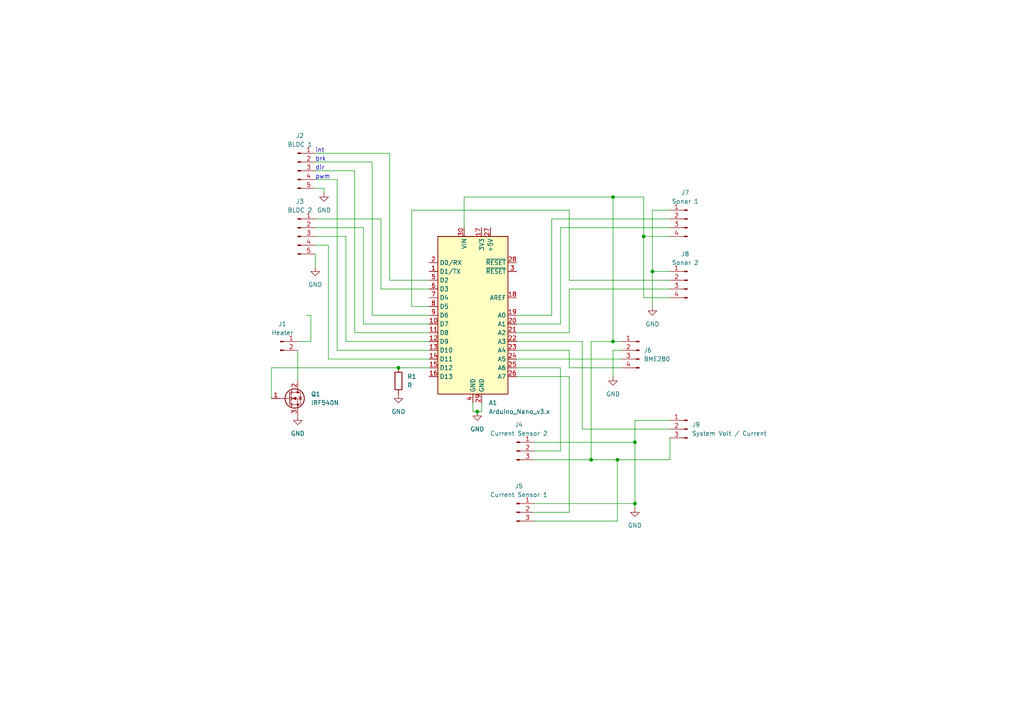
<source format=kicad_sch>
(kicad_sch (version 20211123) (generator eeschema)

  (uuid e63e39d7-6ac0-4ffd-8aa3-1841a4541b55)

  (paper "A4")

  (lib_symbols
    (symbol "Connector:Conn_01x02_Male" (pin_names (offset 1.016) hide) (in_bom yes) (on_board yes)
      (property "Reference" "J" (id 0) (at 0 2.54 0)
        (effects (font (size 1.27 1.27)))
      )
      (property "Value" "Conn_01x02_Male" (id 1) (at 0 -5.08 0)
        (effects (font (size 1.27 1.27)))
      )
      (property "Footprint" "" (id 2) (at 0 0 0)
        (effects (font (size 1.27 1.27)) hide)
      )
      (property "Datasheet" "~" (id 3) (at 0 0 0)
        (effects (font (size 1.27 1.27)) hide)
      )
      (property "ki_keywords" "connector" (id 4) (at 0 0 0)
        (effects (font (size 1.27 1.27)) hide)
      )
      (property "ki_description" "Generic connector, single row, 01x02, script generated (kicad-library-utils/schlib/autogen/connector/)" (id 5) (at 0 0 0)
        (effects (font (size 1.27 1.27)) hide)
      )
      (property "ki_fp_filters" "Connector*:*_1x??_*" (id 6) (at 0 0 0)
        (effects (font (size 1.27 1.27)) hide)
      )
      (symbol "Conn_01x02_Male_1_1"
        (polyline
          (pts
            (xy 1.27 -2.54)
            (xy 0.8636 -2.54)
          )
          (stroke (width 0.1524) (type default) (color 0 0 0 0))
          (fill (type none))
        )
        (polyline
          (pts
            (xy 1.27 0)
            (xy 0.8636 0)
          )
          (stroke (width 0.1524) (type default) (color 0 0 0 0))
          (fill (type none))
        )
        (rectangle (start 0.8636 -2.413) (end 0 -2.667)
          (stroke (width 0.1524) (type default) (color 0 0 0 0))
          (fill (type outline))
        )
        (rectangle (start 0.8636 0.127) (end 0 -0.127)
          (stroke (width 0.1524) (type default) (color 0 0 0 0))
          (fill (type outline))
        )
        (pin passive line (at 5.08 0 180) (length 3.81)
          (name "Pin_1" (effects (font (size 1.27 1.27))))
          (number "1" (effects (font (size 1.27 1.27))))
        )
        (pin passive line (at 5.08 -2.54 180) (length 3.81)
          (name "Pin_2" (effects (font (size 1.27 1.27))))
          (number "2" (effects (font (size 1.27 1.27))))
        )
      )
    )
    (symbol "Connector:Conn_01x03_Male" (pin_names (offset 1.016) hide) (in_bom yes) (on_board yes)
      (property "Reference" "J" (id 0) (at 0 5.08 0)
        (effects (font (size 1.27 1.27)))
      )
      (property "Value" "Conn_01x03_Male" (id 1) (at 0 -5.08 0)
        (effects (font (size 1.27 1.27)))
      )
      (property "Footprint" "" (id 2) (at 0 0 0)
        (effects (font (size 1.27 1.27)) hide)
      )
      (property "Datasheet" "~" (id 3) (at 0 0 0)
        (effects (font (size 1.27 1.27)) hide)
      )
      (property "ki_keywords" "connector" (id 4) (at 0 0 0)
        (effects (font (size 1.27 1.27)) hide)
      )
      (property "ki_description" "Generic connector, single row, 01x03, script generated (kicad-library-utils/schlib/autogen/connector/)" (id 5) (at 0 0 0)
        (effects (font (size 1.27 1.27)) hide)
      )
      (property "ki_fp_filters" "Connector*:*_1x??_*" (id 6) (at 0 0 0)
        (effects (font (size 1.27 1.27)) hide)
      )
      (symbol "Conn_01x03_Male_1_1"
        (polyline
          (pts
            (xy 1.27 -2.54)
            (xy 0.8636 -2.54)
          )
          (stroke (width 0.1524) (type default) (color 0 0 0 0))
          (fill (type none))
        )
        (polyline
          (pts
            (xy 1.27 0)
            (xy 0.8636 0)
          )
          (stroke (width 0.1524) (type default) (color 0 0 0 0))
          (fill (type none))
        )
        (polyline
          (pts
            (xy 1.27 2.54)
            (xy 0.8636 2.54)
          )
          (stroke (width 0.1524) (type default) (color 0 0 0 0))
          (fill (type none))
        )
        (rectangle (start 0.8636 -2.413) (end 0 -2.667)
          (stroke (width 0.1524) (type default) (color 0 0 0 0))
          (fill (type outline))
        )
        (rectangle (start 0.8636 0.127) (end 0 -0.127)
          (stroke (width 0.1524) (type default) (color 0 0 0 0))
          (fill (type outline))
        )
        (rectangle (start 0.8636 2.667) (end 0 2.413)
          (stroke (width 0.1524) (type default) (color 0 0 0 0))
          (fill (type outline))
        )
        (pin passive line (at 5.08 2.54 180) (length 3.81)
          (name "Pin_1" (effects (font (size 1.27 1.27))))
          (number "1" (effects (font (size 1.27 1.27))))
        )
        (pin passive line (at 5.08 0 180) (length 3.81)
          (name "Pin_2" (effects (font (size 1.27 1.27))))
          (number "2" (effects (font (size 1.27 1.27))))
        )
        (pin passive line (at 5.08 -2.54 180) (length 3.81)
          (name "Pin_3" (effects (font (size 1.27 1.27))))
          (number "3" (effects (font (size 1.27 1.27))))
        )
      )
    )
    (symbol "Connector:Conn_01x04_Male" (pin_names (offset 1.016) hide) (in_bom yes) (on_board yes)
      (property "Reference" "J" (id 0) (at 0 5.08 0)
        (effects (font (size 1.27 1.27)))
      )
      (property "Value" "Conn_01x04_Male" (id 1) (at 0 -7.62 0)
        (effects (font (size 1.27 1.27)))
      )
      (property "Footprint" "" (id 2) (at 0 0 0)
        (effects (font (size 1.27 1.27)) hide)
      )
      (property "Datasheet" "~" (id 3) (at 0 0 0)
        (effects (font (size 1.27 1.27)) hide)
      )
      (property "ki_keywords" "connector" (id 4) (at 0 0 0)
        (effects (font (size 1.27 1.27)) hide)
      )
      (property "ki_description" "Generic connector, single row, 01x04, script generated (kicad-library-utils/schlib/autogen/connector/)" (id 5) (at 0 0 0)
        (effects (font (size 1.27 1.27)) hide)
      )
      (property "ki_fp_filters" "Connector*:*_1x??_*" (id 6) (at 0 0 0)
        (effects (font (size 1.27 1.27)) hide)
      )
      (symbol "Conn_01x04_Male_1_1"
        (polyline
          (pts
            (xy 1.27 -5.08)
            (xy 0.8636 -5.08)
          )
          (stroke (width 0.1524) (type default) (color 0 0 0 0))
          (fill (type none))
        )
        (polyline
          (pts
            (xy 1.27 -2.54)
            (xy 0.8636 -2.54)
          )
          (stroke (width 0.1524) (type default) (color 0 0 0 0))
          (fill (type none))
        )
        (polyline
          (pts
            (xy 1.27 0)
            (xy 0.8636 0)
          )
          (stroke (width 0.1524) (type default) (color 0 0 0 0))
          (fill (type none))
        )
        (polyline
          (pts
            (xy 1.27 2.54)
            (xy 0.8636 2.54)
          )
          (stroke (width 0.1524) (type default) (color 0 0 0 0))
          (fill (type none))
        )
        (rectangle (start 0.8636 -4.953) (end 0 -5.207)
          (stroke (width 0.1524) (type default) (color 0 0 0 0))
          (fill (type outline))
        )
        (rectangle (start 0.8636 -2.413) (end 0 -2.667)
          (stroke (width 0.1524) (type default) (color 0 0 0 0))
          (fill (type outline))
        )
        (rectangle (start 0.8636 0.127) (end 0 -0.127)
          (stroke (width 0.1524) (type default) (color 0 0 0 0))
          (fill (type outline))
        )
        (rectangle (start 0.8636 2.667) (end 0 2.413)
          (stroke (width 0.1524) (type default) (color 0 0 0 0))
          (fill (type outline))
        )
        (pin passive line (at 5.08 2.54 180) (length 3.81)
          (name "Pin_1" (effects (font (size 1.27 1.27))))
          (number "1" (effects (font (size 1.27 1.27))))
        )
        (pin passive line (at 5.08 0 180) (length 3.81)
          (name "Pin_2" (effects (font (size 1.27 1.27))))
          (number "2" (effects (font (size 1.27 1.27))))
        )
        (pin passive line (at 5.08 -2.54 180) (length 3.81)
          (name "Pin_3" (effects (font (size 1.27 1.27))))
          (number "3" (effects (font (size 1.27 1.27))))
        )
        (pin passive line (at 5.08 -5.08 180) (length 3.81)
          (name "Pin_4" (effects (font (size 1.27 1.27))))
          (number "4" (effects (font (size 1.27 1.27))))
        )
      )
    )
    (symbol "Connector:Conn_01x05_Male" (pin_names (offset 1.016) hide) (in_bom yes) (on_board yes)
      (property "Reference" "J" (id 0) (at 0 7.62 0)
        (effects (font (size 1.27 1.27)))
      )
      (property "Value" "Conn_01x05_Male" (id 1) (at 0 -7.62 0)
        (effects (font (size 1.27 1.27)))
      )
      (property "Footprint" "" (id 2) (at 0 0 0)
        (effects (font (size 1.27 1.27)) hide)
      )
      (property "Datasheet" "~" (id 3) (at 0 0 0)
        (effects (font (size 1.27 1.27)) hide)
      )
      (property "ki_keywords" "connector" (id 4) (at 0 0 0)
        (effects (font (size 1.27 1.27)) hide)
      )
      (property "ki_description" "Generic connector, single row, 01x05, script generated (kicad-library-utils/schlib/autogen/connector/)" (id 5) (at 0 0 0)
        (effects (font (size 1.27 1.27)) hide)
      )
      (property "ki_fp_filters" "Connector*:*_1x??_*" (id 6) (at 0 0 0)
        (effects (font (size 1.27 1.27)) hide)
      )
      (symbol "Conn_01x05_Male_1_1"
        (polyline
          (pts
            (xy 1.27 -5.08)
            (xy 0.8636 -5.08)
          )
          (stroke (width 0.1524) (type default) (color 0 0 0 0))
          (fill (type none))
        )
        (polyline
          (pts
            (xy 1.27 -2.54)
            (xy 0.8636 -2.54)
          )
          (stroke (width 0.1524) (type default) (color 0 0 0 0))
          (fill (type none))
        )
        (polyline
          (pts
            (xy 1.27 0)
            (xy 0.8636 0)
          )
          (stroke (width 0.1524) (type default) (color 0 0 0 0))
          (fill (type none))
        )
        (polyline
          (pts
            (xy 1.27 2.54)
            (xy 0.8636 2.54)
          )
          (stroke (width 0.1524) (type default) (color 0 0 0 0))
          (fill (type none))
        )
        (polyline
          (pts
            (xy 1.27 5.08)
            (xy 0.8636 5.08)
          )
          (stroke (width 0.1524) (type default) (color 0 0 0 0))
          (fill (type none))
        )
        (rectangle (start 0.8636 -4.953) (end 0 -5.207)
          (stroke (width 0.1524) (type default) (color 0 0 0 0))
          (fill (type outline))
        )
        (rectangle (start 0.8636 -2.413) (end 0 -2.667)
          (stroke (width 0.1524) (type default) (color 0 0 0 0))
          (fill (type outline))
        )
        (rectangle (start 0.8636 0.127) (end 0 -0.127)
          (stroke (width 0.1524) (type default) (color 0 0 0 0))
          (fill (type outline))
        )
        (rectangle (start 0.8636 2.667) (end 0 2.413)
          (stroke (width 0.1524) (type default) (color 0 0 0 0))
          (fill (type outline))
        )
        (rectangle (start 0.8636 5.207) (end 0 4.953)
          (stroke (width 0.1524) (type default) (color 0 0 0 0))
          (fill (type outline))
        )
        (pin passive line (at 5.08 5.08 180) (length 3.81)
          (name "Pin_1" (effects (font (size 1.27 1.27))))
          (number "1" (effects (font (size 1.27 1.27))))
        )
        (pin passive line (at 5.08 2.54 180) (length 3.81)
          (name "Pin_2" (effects (font (size 1.27 1.27))))
          (number "2" (effects (font (size 1.27 1.27))))
        )
        (pin passive line (at 5.08 0 180) (length 3.81)
          (name "Pin_3" (effects (font (size 1.27 1.27))))
          (number "3" (effects (font (size 1.27 1.27))))
        )
        (pin passive line (at 5.08 -2.54 180) (length 3.81)
          (name "Pin_4" (effects (font (size 1.27 1.27))))
          (number "4" (effects (font (size 1.27 1.27))))
        )
        (pin passive line (at 5.08 -5.08 180) (length 3.81)
          (name "Pin_5" (effects (font (size 1.27 1.27))))
          (number "5" (effects (font (size 1.27 1.27))))
        )
      )
    )
    (symbol "Device:R" (pin_numbers hide) (pin_names (offset 0)) (in_bom yes) (on_board yes)
      (property "Reference" "R" (id 0) (at 2.032 0 90)
        (effects (font (size 1.27 1.27)))
      )
      (property "Value" "R" (id 1) (at 0 0 90)
        (effects (font (size 1.27 1.27)))
      )
      (property "Footprint" "" (id 2) (at -1.778 0 90)
        (effects (font (size 1.27 1.27)) hide)
      )
      (property "Datasheet" "~" (id 3) (at 0 0 0)
        (effects (font (size 1.27 1.27)) hide)
      )
      (property "ki_keywords" "R res resistor" (id 4) (at 0 0 0)
        (effects (font (size 1.27 1.27)) hide)
      )
      (property "ki_description" "Resistor" (id 5) (at 0 0 0)
        (effects (font (size 1.27 1.27)) hide)
      )
      (property "ki_fp_filters" "R_*" (id 6) (at 0 0 0)
        (effects (font (size 1.27 1.27)) hide)
      )
      (symbol "R_0_1"
        (rectangle (start -1.016 -2.54) (end 1.016 2.54)
          (stroke (width 0.254) (type default) (color 0 0 0 0))
          (fill (type none))
        )
      )
      (symbol "R_1_1"
        (pin passive line (at 0 3.81 270) (length 1.27)
          (name "~" (effects (font (size 1.27 1.27))))
          (number "1" (effects (font (size 1.27 1.27))))
        )
        (pin passive line (at 0 -3.81 90) (length 1.27)
          (name "~" (effects (font (size 1.27 1.27))))
          (number "2" (effects (font (size 1.27 1.27))))
        )
      )
    )
    (symbol "MCU_Module:Arduino_Nano_v3.x" (in_bom yes) (on_board yes)
      (property "Reference" "A" (id 0) (at -10.16 23.495 0)
        (effects (font (size 1.27 1.27)) (justify left bottom))
      )
      (property "Value" "Arduino_Nano_v3.x" (id 1) (at 5.08 -24.13 0)
        (effects (font (size 1.27 1.27)) (justify left top))
      )
      (property "Footprint" "Module:Arduino_Nano" (id 2) (at 0 0 0)
        (effects (font (size 1.27 1.27) italic) hide)
      )
      (property "Datasheet" "http://www.mouser.com/pdfdocs/Gravitech_Arduino_Nano3_0.pdf" (id 3) (at 0 0 0)
        (effects (font (size 1.27 1.27)) hide)
      )
      (property "ki_keywords" "Arduino nano microcontroller module USB" (id 4) (at 0 0 0)
        (effects (font (size 1.27 1.27)) hide)
      )
      (property "ki_description" "Arduino Nano v3.x" (id 5) (at 0 0 0)
        (effects (font (size 1.27 1.27)) hide)
      )
      (property "ki_fp_filters" "Arduino*Nano*" (id 6) (at 0 0 0)
        (effects (font (size 1.27 1.27)) hide)
      )
      (symbol "Arduino_Nano_v3.x_0_1"
        (rectangle (start -10.16 22.86) (end 10.16 -22.86)
          (stroke (width 0.254) (type default) (color 0 0 0 0))
          (fill (type background))
        )
      )
      (symbol "Arduino_Nano_v3.x_1_1"
        (pin bidirectional line (at -12.7 12.7 0) (length 2.54)
          (name "D1/TX" (effects (font (size 1.27 1.27))))
          (number "1" (effects (font (size 1.27 1.27))))
        )
        (pin bidirectional line (at -12.7 -2.54 0) (length 2.54)
          (name "D7" (effects (font (size 1.27 1.27))))
          (number "10" (effects (font (size 1.27 1.27))))
        )
        (pin bidirectional line (at -12.7 -5.08 0) (length 2.54)
          (name "D8" (effects (font (size 1.27 1.27))))
          (number "11" (effects (font (size 1.27 1.27))))
        )
        (pin bidirectional line (at -12.7 -7.62 0) (length 2.54)
          (name "D9" (effects (font (size 1.27 1.27))))
          (number "12" (effects (font (size 1.27 1.27))))
        )
        (pin bidirectional line (at -12.7 -10.16 0) (length 2.54)
          (name "D10" (effects (font (size 1.27 1.27))))
          (number "13" (effects (font (size 1.27 1.27))))
        )
        (pin bidirectional line (at -12.7 -12.7 0) (length 2.54)
          (name "D11" (effects (font (size 1.27 1.27))))
          (number "14" (effects (font (size 1.27 1.27))))
        )
        (pin bidirectional line (at -12.7 -15.24 0) (length 2.54)
          (name "D12" (effects (font (size 1.27 1.27))))
          (number "15" (effects (font (size 1.27 1.27))))
        )
        (pin bidirectional line (at -12.7 -17.78 0) (length 2.54)
          (name "D13" (effects (font (size 1.27 1.27))))
          (number "16" (effects (font (size 1.27 1.27))))
        )
        (pin power_out line (at 2.54 25.4 270) (length 2.54)
          (name "3V3" (effects (font (size 1.27 1.27))))
          (number "17" (effects (font (size 1.27 1.27))))
        )
        (pin input line (at 12.7 5.08 180) (length 2.54)
          (name "AREF" (effects (font (size 1.27 1.27))))
          (number "18" (effects (font (size 1.27 1.27))))
        )
        (pin bidirectional line (at 12.7 0 180) (length 2.54)
          (name "A0" (effects (font (size 1.27 1.27))))
          (number "19" (effects (font (size 1.27 1.27))))
        )
        (pin bidirectional line (at -12.7 15.24 0) (length 2.54)
          (name "D0/RX" (effects (font (size 1.27 1.27))))
          (number "2" (effects (font (size 1.27 1.27))))
        )
        (pin bidirectional line (at 12.7 -2.54 180) (length 2.54)
          (name "A1" (effects (font (size 1.27 1.27))))
          (number "20" (effects (font (size 1.27 1.27))))
        )
        (pin bidirectional line (at 12.7 -5.08 180) (length 2.54)
          (name "A2" (effects (font (size 1.27 1.27))))
          (number "21" (effects (font (size 1.27 1.27))))
        )
        (pin bidirectional line (at 12.7 -7.62 180) (length 2.54)
          (name "A3" (effects (font (size 1.27 1.27))))
          (number "22" (effects (font (size 1.27 1.27))))
        )
        (pin bidirectional line (at 12.7 -10.16 180) (length 2.54)
          (name "A4" (effects (font (size 1.27 1.27))))
          (number "23" (effects (font (size 1.27 1.27))))
        )
        (pin bidirectional line (at 12.7 -12.7 180) (length 2.54)
          (name "A5" (effects (font (size 1.27 1.27))))
          (number "24" (effects (font (size 1.27 1.27))))
        )
        (pin bidirectional line (at 12.7 -15.24 180) (length 2.54)
          (name "A6" (effects (font (size 1.27 1.27))))
          (number "25" (effects (font (size 1.27 1.27))))
        )
        (pin bidirectional line (at 12.7 -17.78 180) (length 2.54)
          (name "A7" (effects (font (size 1.27 1.27))))
          (number "26" (effects (font (size 1.27 1.27))))
        )
        (pin power_out line (at 5.08 25.4 270) (length 2.54)
          (name "+5V" (effects (font (size 1.27 1.27))))
          (number "27" (effects (font (size 1.27 1.27))))
        )
        (pin input line (at 12.7 15.24 180) (length 2.54)
          (name "~{RESET}" (effects (font (size 1.27 1.27))))
          (number "28" (effects (font (size 1.27 1.27))))
        )
        (pin power_in line (at 2.54 -25.4 90) (length 2.54)
          (name "GND" (effects (font (size 1.27 1.27))))
          (number "29" (effects (font (size 1.27 1.27))))
        )
        (pin input line (at 12.7 12.7 180) (length 2.54)
          (name "~{RESET}" (effects (font (size 1.27 1.27))))
          (number "3" (effects (font (size 1.27 1.27))))
        )
        (pin power_in line (at -2.54 25.4 270) (length 2.54)
          (name "VIN" (effects (font (size 1.27 1.27))))
          (number "30" (effects (font (size 1.27 1.27))))
        )
        (pin power_in line (at 0 -25.4 90) (length 2.54)
          (name "GND" (effects (font (size 1.27 1.27))))
          (number "4" (effects (font (size 1.27 1.27))))
        )
        (pin bidirectional line (at -12.7 10.16 0) (length 2.54)
          (name "D2" (effects (font (size 1.27 1.27))))
          (number "5" (effects (font (size 1.27 1.27))))
        )
        (pin bidirectional line (at -12.7 7.62 0) (length 2.54)
          (name "D3" (effects (font (size 1.27 1.27))))
          (number "6" (effects (font (size 1.27 1.27))))
        )
        (pin bidirectional line (at -12.7 5.08 0) (length 2.54)
          (name "D4" (effects (font (size 1.27 1.27))))
          (number "7" (effects (font (size 1.27 1.27))))
        )
        (pin bidirectional line (at -12.7 2.54 0) (length 2.54)
          (name "D5" (effects (font (size 1.27 1.27))))
          (number "8" (effects (font (size 1.27 1.27))))
        )
        (pin bidirectional line (at -12.7 0 0) (length 2.54)
          (name "D6" (effects (font (size 1.27 1.27))))
          (number "9" (effects (font (size 1.27 1.27))))
        )
      )
    )
    (symbol "Transistor_FET:IRF540N" (pin_names hide) (in_bom yes) (on_board yes)
      (property "Reference" "Q" (id 0) (at 6.35 1.905 0)
        (effects (font (size 1.27 1.27)) (justify left))
      )
      (property "Value" "IRF540N" (id 1) (at 6.35 0 0)
        (effects (font (size 1.27 1.27)) (justify left))
      )
      (property "Footprint" "Package_TO_SOT_THT:TO-220-3_Vertical" (id 2) (at 6.35 -1.905 0)
        (effects (font (size 1.27 1.27) italic) (justify left) hide)
      )
      (property "Datasheet" "http://www.irf.com/product-info/datasheets/data/irf540n.pdf" (id 3) (at 0 0 0)
        (effects (font (size 1.27 1.27)) (justify left) hide)
      )
      (property "ki_keywords" "HEXFET N-Channel MOSFET" (id 4) (at 0 0 0)
        (effects (font (size 1.27 1.27)) hide)
      )
      (property "ki_description" "33A Id, 100V Vds, HEXFET N-Channel MOSFET, TO-220" (id 5) (at 0 0 0)
        (effects (font (size 1.27 1.27)) hide)
      )
      (property "ki_fp_filters" "TO?220*" (id 6) (at 0 0 0)
        (effects (font (size 1.27 1.27)) hide)
      )
      (symbol "IRF540N_0_1"
        (polyline
          (pts
            (xy 0.254 0)
            (xy -2.54 0)
          )
          (stroke (width 0) (type default) (color 0 0 0 0))
          (fill (type none))
        )
        (polyline
          (pts
            (xy 0.254 1.905)
            (xy 0.254 -1.905)
          )
          (stroke (width 0.254) (type default) (color 0 0 0 0))
          (fill (type none))
        )
        (polyline
          (pts
            (xy 0.762 -1.27)
            (xy 0.762 -2.286)
          )
          (stroke (width 0.254) (type default) (color 0 0 0 0))
          (fill (type none))
        )
        (polyline
          (pts
            (xy 0.762 0.508)
            (xy 0.762 -0.508)
          )
          (stroke (width 0.254) (type default) (color 0 0 0 0))
          (fill (type none))
        )
        (polyline
          (pts
            (xy 0.762 2.286)
            (xy 0.762 1.27)
          )
          (stroke (width 0.254) (type default) (color 0 0 0 0))
          (fill (type none))
        )
        (polyline
          (pts
            (xy 2.54 2.54)
            (xy 2.54 1.778)
          )
          (stroke (width 0) (type default) (color 0 0 0 0))
          (fill (type none))
        )
        (polyline
          (pts
            (xy 2.54 -2.54)
            (xy 2.54 0)
            (xy 0.762 0)
          )
          (stroke (width 0) (type default) (color 0 0 0 0))
          (fill (type none))
        )
        (polyline
          (pts
            (xy 0.762 -1.778)
            (xy 3.302 -1.778)
            (xy 3.302 1.778)
            (xy 0.762 1.778)
          )
          (stroke (width 0) (type default) (color 0 0 0 0))
          (fill (type none))
        )
        (polyline
          (pts
            (xy 1.016 0)
            (xy 2.032 0.381)
            (xy 2.032 -0.381)
            (xy 1.016 0)
          )
          (stroke (width 0) (type default) (color 0 0 0 0))
          (fill (type outline))
        )
        (polyline
          (pts
            (xy 2.794 0.508)
            (xy 2.921 0.381)
            (xy 3.683 0.381)
            (xy 3.81 0.254)
          )
          (stroke (width 0) (type default) (color 0 0 0 0))
          (fill (type none))
        )
        (polyline
          (pts
            (xy 3.302 0.381)
            (xy 2.921 -0.254)
            (xy 3.683 -0.254)
            (xy 3.302 0.381)
          )
          (stroke (width 0) (type default) (color 0 0 0 0))
          (fill (type none))
        )
        (circle (center 1.651 0) (radius 2.794)
          (stroke (width 0.254) (type default) (color 0 0 0 0))
          (fill (type none))
        )
        (circle (center 2.54 -1.778) (radius 0.254)
          (stroke (width 0) (type default) (color 0 0 0 0))
          (fill (type outline))
        )
        (circle (center 2.54 1.778) (radius 0.254)
          (stroke (width 0) (type default) (color 0 0 0 0))
          (fill (type outline))
        )
      )
      (symbol "IRF540N_1_1"
        (pin input line (at -5.08 0 0) (length 2.54)
          (name "G" (effects (font (size 1.27 1.27))))
          (number "1" (effects (font (size 1.27 1.27))))
        )
        (pin passive line (at 2.54 5.08 270) (length 2.54)
          (name "D" (effects (font (size 1.27 1.27))))
          (number "2" (effects (font (size 1.27 1.27))))
        )
        (pin passive line (at 2.54 -5.08 90) (length 2.54)
          (name "S" (effects (font (size 1.27 1.27))))
          (number "3" (effects (font (size 1.27 1.27))))
        )
      )
    )
    (symbol "power:GND" (power) (pin_names (offset 0)) (in_bom yes) (on_board yes)
      (property "Reference" "#PWR" (id 0) (at 0 -6.35 0)
        (effects (font (size 1.27 1.27)) hide)
      )
      (property "Value" "GND" (id 1) (at 0 -3.81 0)
        (effects (font (size 1.27 1.27)))
      )
      (property "Footprint" "" (id 2) (at 0 0 0)
        (effects (font (size 1.27 1.27)) hide)
      )
      (property "Datasheet" "" (id 3) (at 0 0 0)
        (effects (font (size 1.27 1.27)) hide)
      )
      (property "ki_keywords" "power-flag" (id 4) (at 0 0 0)
        (effects (font (size 1.27 1.27)) hide)
      )
      (property "ki_description" "Power symbol creates a global label with name \"GND\" , ground" (id 5) (at 0 0 0)
        (effects (font (size 1.27 1.27)) hide)
      )
      (symbol "GND_0_1"
        (polyline
          (pts
            (xy 0 0)
            (xy 0 -1.27)
            (xy 1.27 -1.27)
            (xy 0 -2.54)
            (xy -1.27 -1.27)
            (xy 0 -1.27)
          )
          (stroke (width 0) (type default) (color 0 0 0 0))
          (fill (type none))
        )
      )
      (symbol "GND_1_1"
        (pin power_in line (at 0 0 270) (length 0) hide
          (name "GND" (effects (font (size 1.27 1.27))))
          (number "1" (effects (font (size 1.27 1.27))))
        )
      )
    )
  )

  (junction (at 138.43 119.38) (diameter 0) (color 0 0 0 0)
    (uuid 011c8169-e4de-45eb-8ab1-459088d155be)
  )
  (junction (at 186.69 68.58) (diameter 0) (color 0 0 0 0)
    (uuid 26b63747-b626-420a-8ce7-f47ba5ba59d2)
  )
  (junction (at 179.07 133.35) (diameter 0) (color 0 0 0 0)
    (uuid 2efb311c-727a-4ff9-ac57-e3046c222bbd)
  )
  (junction (at 171.45 133.35) (diameter 0) (color 0 0 0 0)
    (uuid 3ea31747-7bb9-48cc-b374-a6b1629f4ff2)
  )
  (junction (at 115.57 106.68) (diameter 0) (color 0 0 0 0)
    (uuid 4f941978-f67f-493e-9c88-c3c28e312543)
  )
  (junction (at 189.23 78.74) (diameter 0) (color 0 0 0 0)
    (uuid 5820526d-d547-44bf-a608-d73f65f00dba)
  )
  (junction (at 177.8 57.15) (diameter 0) (color 0 0 0 0)
    (uuid adcb81c8-35c4-4893-8204-2529591aef2f)
  )
  (junction (at 177.8 99.06) (diameter 0) (color 0 0 0 0)
    (uuid cc76628f-deea-4200-91b0-c6a4216ae781)
  )
  (junction (at 184.15 128.27) (diameter 0) (color 0 0 0 0)
    (uuid dbac89e8-00d4-4354-9e11-93718c6d9bf1)
  )
  (junction (at 184.15 146.05) (diameter 0) (color 0 0 0 0)
    (uuid fefc2948-a5e9-432d-b697-5bc4da98e63c)
  )

  (wire (pts (xy 179.07 133.35) (xy 179.07 151.13))
    (stroke (width 0) (type default) (color 0 0 0 0))
    (uuid 0191e7cd-57e8-4a66-b8b1-c6c919dea6a2)
  )
  (wire (pts (xy 162.56 66.04) (xy 194.31 66.04))
    (stroke (width 0) (type default) (color 0 0 0 0))
    (uuid 09a0c23e-ab75-461f-b975-b1cacc1396bf)
  )
  (wire (pts (xy 194.31 133.35) (xy 179.07 133.35))
    (stroke (width 0) (type default) (color 0 0 0 0))
    (uuid 0d2a1fc1-875f-4293-a4e5-0f542e7ef4ae)
  )
  (wire (pts (xy 90.17 91.44) (xy 88.9 91.44))
    (stroke (width 0) (type default) (color 0 0 0 0))
    (uuid 0dff8c91-2071-4810-8067-690894adb11b)
  )
  (wire (pts (xy 177.8 57.15) (xy 177.8 99.06))
    (stroke (width 0) (type default) (color 0 0 0 0))
    (uuid 0e8cd0d2-1bda-4c67-a846-f8623888b189)
  )
  (wire (pts (xy 154.94 128.27) (xy 184.15 128.27))
    (stroke (width 0) (type default) (color 0 0 0 0))
    (uuid 0ebe854c-7bb2-4d53-987e-4c027d505785)
  )
  (wire (pts (xy 186.69 68.58) (xy 186.69 57.15))
    (stroke (width 0) (type default) (color 0 0 0 0))
    (uuid 0ec57ef7-141d-4a58-9fd9-6bc593bfa5f6)
  )
  (wire (pts (xy 78.74 115.57) (xy 78.74 106.68))
    (stroke (width 0) (type default) (color 0 0 0 0))
    (uuid 0f153138-1f89-44f3-af86-e4ca0b474967)
  )
  (wire (pts (xy 168.91 124.46) (xy 194.31 124.46))
    (stroke (width 0) (type default) (color 0 0 0 0))
    (uuid 13c70c0c-87fa-41ec-9bbf-84606e4232e3)
  )
  (wire (pts (xy 149.86 106.68) (xy 162.56 106.68))
    (stroke (width 0) (type default) (color 0 0 0 0))
    (uuid 1720cd83-c3cd-4fda-95fe-8682b1cbe108)
  )
  (wire (pts (xy 134.62 57.15) (xy 177.8 57.15))
    (stroke (width 0) (type default) (color 0 0 0 0))
    (uuid 19b748ce-8ea2-47ed-a2a1-8e55878ebe95)
  )
  (wire (pts (xy 95.25 71.12) (xy 91.44 71.12))
    (stroke (width 0) (type default) (color 0 0 0 0))
    (uuid 21a49c1d-bd9b-4d4e-a924-3cbc8d8829c8)
  )
  (wire (pts (xy 165.1 81.28) (xy 165.1 60.96))
    (stroke (width 0) (type default) (color 0 0 0 0))
    (uuid 23b920d1-b12c-4f2f-a587-1c1f4d75363f)
  )
  (wire (pts (xy 171.45 133.35) (xy 171.45 99.06))
    (stroke (width 0) (type default) (color 0 0 0 0))
    (uuid 26c99dd7-48fc-460f-88df-4f5da6efe750)
  )
  (wire (pts (xy 110.49 63.5) (xy 91.44 63.5))
    (stroke (width 0) (type default) (color 0 0 0 0))
    (uuid 276a741d-bf49-4848-867e-70a78d80e399)
  )
  (wire (pts (xy 177.8 101.6) (xy 177.8 109.22))
    (stroke (width 0) (type default) (color 0 0 0 0))
    (uuid 2f34a6a6-0f9c-4e4c-973a-45c4e7c05178)
  )
  (wire (pts (xy 189.23 78.74) (xy 189.23 60.96))
    (stroke (width 0) (type default) (color 0 0 0 0))
    (uuid 2fffca12-71e3-4913-8545-f1ded7b050e4)
  )
  (wire (pts (xy 110.49 83.82) (xy 110.49 63.5))
    (stroke (width 0) (type default) (color 0 0 0 0))
    (uuid 32d0ec8b-814b-4d87-87a9-a0949ac0da0e)
  )
  (wire (pts (xy 165.1 106.68) (xy 165.1 101.6))
    (stroke (width 0) (type default) (color 0 0 0 0))
    (uuid 39f0fe35-4acb-4a9e-b744-0f35815b67d3)
  )
  (wire (pts (xy 91.44 73.66) (xy 91.44 77.47))
    (stroke (width 0) (type default) (color 0 0 0 0))
    (uuid 3c68b3f9-efb0-4906-9fdb-f2bf3331cf97)
  )
  (wire (pts (xy 184.15 128.27) (xy 184.15 121.92))
    (stroke (width 0) (type default) (color 0 0 0 0))
    (uuid 437a9afb-84b6-4d75-ba35-6090b0d05fc6)
  )
  (wire (pts (xy 100.33 99.06) (xy 100.33 68.58))
    (stroke (width 0) (type default) (color 0 0 0 0))
    (uuid 468ecb57-4ff0-4e7b-a9fc-8e6bdb7f3dd7)
  )
  (wire (pts (xy 119.38 60.96) (xy 119.38 88.9))
    (stroke (width 0) (type default) (color 0 0 0 0))
    (uuid 493d4ed8-b993-4462-9d65-5e8f210436ae)
  )
  (wire (pts (xy 137.16 116.84) (xy 137.16 119.38))
    (stroke (width 0) (type default) (color 0 0 0 0))
    (uuid 4a83a217-f2dc-4da7-ae83-5389ac6552ab)
  )
  (wire (pts (xy 105.41 93.98) (xy 105.41 66.04))
    (stroke (width 0) (type default) (color 0 0 0 0))
    (uuid 4dc8b890-2ee5-4b37-85e9-a74e6c5e0404)
  )
  (wire (pts (xy 186.69 68.58) (xy 194.31 68.58))
    (stroke (width 0) (type default) (color 0 0 0 0))
    (uuid 4f05d6de-0051-4581-987c-8ae4e26bb15b)
  )
  (wire (pts (xy 119.38 88.9) (xy 124.46 88.9))
    (stroke (width 0) (type default) (color 0 0 0 0))
    (uuid 4f9b7678-18df-45ed-bf94-9b733e2c9bf2)
  )
  (wire (pts (xy 107.95 91.44) (xy 124.46 91.44))
    (stroke (width 0) (type default) (color 0 0 0 0))
    (uuid 52185cc9-1fd6-4b96-945f-5419cec4bf0c)
  )
  (wire (pts (xy 149.86 101.6) (xy 165.1 101.6))
    (stroke (width 0) (type default) (color 0 0 0 0))
    (uuid 569b53e9-18f4-48af-aaf3-e26711d766df)
  )
  (wire (pts (xy 134.62 57.15) (xy 134.62 66.04))
    (stroke (width 0) (type default) (color 0 0 0 0))
    (uuid 56ea5f7f-5645-447b-82e2-be8569bed258)
  )
  (wire (pts (xy 162.56 66.04) (xy 162.56 93.98))
    (stroke (width 0) (type default) (color 0 0 0 0))
    (uuid 572def52-9267-40af-9e6d-1bcf66b96a05)
  )
  (wire (pts (xy 171.45 99.06) (xy 177.8 99.06))
    (stroke (width 0) (type default) (color 0 0 0 0))
    (uuid 57ad4be1-f652-4275-93ab-27b31a711ecc)
  )
  (wire (pts (xy 194.31 86.36) (xy 186.69 86.36))
    (stroke (width 0) (type default) (color 0 0 0 0))
    (uuid 59a174ab-d376-411f-b872-6b7617374199)
  )
  (wire (pts (xy 107.95 91.44) (xy 107.95 46.99))
    (stroke (width 0) (type default) (color 0 0 0 0))
    (uuid 5d68258e-01f3-4cf8-94c7-4072bc9f7de9)
  )
  (wire (pts (xy 93.98 54.61) (xy 93.98 55.88))
    (stroke (width 0) (type default) (color 0 0 0 0))
    (uuid 5df2a05f-ce44-4b8a-b0e4-99a9c21ccc79)
  )
  (wire (pts (xy 162.56 130.81) (xy 154.94 130.81))
    (stroke (width 0) (type default) (color 0 0 0 0))
    (uuid 606e2956-505c-4b22-8a0a-a4bbb9e30ba0)
  )
  (wire (pts (xy 86.36 99.06) (xy 90.17 99.06))
    (stroke (width 0) (type default) (color 0 0 0 0))
    (uuid 60a9bbea-5e85-4ccc-84dd-2b6fbe54bd20)
  )
  (wire (pts (xy 194.31 78.74) (xy 189.23 78.74))
    (stroke (width 0) (type default) (color 0 0 0 0))
    (uuid 65c805e5-c9a5-440a-9e39-3c168cd9fb39)
  )
  (wire (pts (xy 113.03 81.28) (xy 113.03 44.45))
    (stroke (width 0) (type default) (color 0 0 0 0))
    (uuid 67585cae-035e-4865-84de-e8439725f6a7)
  )
  (wire (pts (xy 180.34 101.6) (xy 177.8 101.6))
    (stroke (width 0) (type default) (color 0 0 0 0))
    (uuid 67c67cc1-6194-487d-9923-156e3e926cc7)
  )
  (wire (pts (xy 95.25 104.14) (xy 95.25 71.12))
    (stroke (width 0) (type default) (color 0 0 0 0))
    (uuid 6a078ca6-34eb-4d46-9803-7a1b7a115ff1)
  )
  (wire (pts (xy 162.56 106.68) (xy 162.56 130.81))
    (stroke (width 0) (type default) (color 0 0 0 0))
    (uuid 71cdc29e-8ac2-4304-af8e-96d35022d437)
  )
  (wire (pts (xy 184.15 146.05) (xy 184.15 147.32))
    (stroke (width 0) (type default) (color 0 0 0 0))
    (uuid 75a3595f-349e-4b10-8c2f-eac7d7d21ca7)
  )
  (wire (pts (xy 86.36 101.6) (xy 86.36 110.49))
    (stroke (width 0) (type default) (color 0 0 0 0))
    (uuid 76e2f149-9fab-48b0-995d-d1794f9a58b5)
  )
  (wire (pts (xy 189.23 60.96) (xy 194.31 60.96))
    (stroke (width 0) (type default) (color 0 0 0 0))
    (uuid 7960317b-fb7e-413a-92ce-6d9b9f69f8cf)
  )
  (wire (pts (xy 165.1 83.82) (xy 194.31 83.82))
    (stroke (width 0) (type default) (color 0 0 0 0))
    (uuid 7e5e1919-e301-43c5-a1d0-71deebbbe232)
  )
  (wire (pts (xy 139.7 119.38) (xy 138.43 119.38))
    (stroke (width 0) (type default) (color 0 0 0 0))
    (uuid 7e889014-0e50-4a3e-bbde-d24a314beb20)
  )
  (wire (pts (xy 102.87 96.52) (xy 124.46 96.52))
    (stroke (width 0) (type default) (color 0 0 0 0))
    (uuid 7fb765b3-6aee-4f77-9763-8f98de53c747)
  )
  (wire (pts (xy 165.1 109.22) (xy 165.1 148.59))
    (stroke (width 0) (type default) (color 0 0 0 0))
    (uuid 84e5e2af-452b-4bad-96cf-0992815ee7d9)
  )
  (wire (pts (xy 149.86 93.98) (xy 162.56 93.98))
    (stroke (width 0) (type default) (color 0 0 0 0))
    (uuid 8642366e-14d5-4a4a-acc5-de8c0e7dc7d5)
  )
  (wire (pts (xy 97.79 52.07) (xy 91.44 52.07))
    (stroke (width 0) (type default) (color 0 0 0 0))
    (uuid 87534b58-e0c1-4c68-aa23-f05c1223053a)
  )
  (wire (pts (xy 113.03 81.28) (xy 124.46 81.28))
    (stroke (width 0) (type default) (color 0 0 0 0))
    (uuid 8874affd-8b20-45a9-9864-bcd7678d445a)
  )
  (wire (pts (xy 154.94 146.05) (xy 184.15 146.05))
    (stroke (width 0) (type default) (color 0 0 0 0))
    (uuid 889aa4a4-3d0b-4750-a4a3-c94a08451580)
  )
  (wire (pts (xy 165.1 106.68) (xy 180.34 106.68))
    (stroke (width 0) (type default) (color 0 0 0 0))
    (uuid 8a517820-0c2b-482c-b40b-3ebd2d089513)
  )
  (wire (pts (xy 105.41 93.98) (xy 124.46 93.98))
    (stroke (width 0) (type default) (color 0 0 0 0))
    (uuid 8b6a5d05-40b5-4d0e-88bf-9722c72a72ca)
  )
  (wire (pts (xy 102.87 49.53) (xy 91.44 49.53))
    (stroke (width 0) (type default) (color 0 0 0 0))
    (uuid 8cf06125-93e6-4c4e-8786-39d5a09d41ce)
  )
  (wire (pts (xy 186.69 57.15) (xy 177.8 57.15))
    (stroke (width 0) (type default) (color 0 0 0 0))
    (uuid 918b2549-aee1-4955-891d-d25c1ad04af5)
  )
  (wire (pts (xy 149.86 99.06) (xy 168.91 99.06))
    (stroke (width 0) (type default) (color 0 0 0 0))
    (uuid 94f50bbe-e1fb-4e01-80b3-c6fd19de4463)
  )
  (wire (pts (xy 95.25 104.14) (xy 124.46 104.14))
    (stroke (width 0) (type default) (color 0 0 0 0))
    (uuid 9bc8c5bf-101d-4ad3-89ed-68912060881c)
  )
  (wire (pts (xy 100.33 68.58) (xy 91.44 68.58))
    (stroke (width 0) (type default) (color 0 0 0 0))
    (uuid 9d0b568d-e154-4cc5-9f7a-4f6cd1ce010d)
  )
  (wire (pts (xy 139.7 116.84) (xy 139.7 119.38))
    (stroke (width 0) (type default) (color 0 0 0 0))
    (uuid a1679616-8654-4b57-91c7-c0ce606a19c8)
  )
  (wire (pts (xy 165.1 96.52) (xy 165.1 83.82))
    (stroke (width 0) (type default) (color 0 0 0 0))
    (uuid abd506e8-31e6-4f47-9842-eea5834ee297)
  )
  (wire (pts (xy 168.91 99.06) (xy 168.91 124.46))
    (stroke (width 0) (type default) (color 0 0 0 0))
    (uuid b077d403-eacc-4e2f-a816-daf51d2d5a47)
  )
  (wire (pts (xy 149.86 96.52) (xy 165.1 96.52))
    (stroke (width 0) (type default) (color 0 0 0 0))
    (uuid b2755d93-1831-41d2-ad40-7eaee468d16e)
  )
  (wire (pts (xy 194.31 63.5) (xy 160.02 63.5))
    (stroke (width 0) (type default) (color 0 0 0 0))
    (uuid b3d79b21-e9ec-46a6-9b4b-229c9984a42a)
  )
  (wire (pts (xy 184.15 128.27) (xy 184.15 146.05))
    (stroke (width 0) (type default) (color 0 0 0 0))
    (uuid b8bb75f2-ae95-46b8-ba8b-3a884c2f803b)
  )
  (wire (pts (xy 194.31 127) (xy 194.31 133.35))
    (stroke (width 0) (type default) (color 0 0 0 0))
    (uuid b995678e-6d15-45e6-89d3-2edcbdf514f9)
  )
  (wire (pts (xy 91.44 54.61) (xy 93.98 54.61))
    (stroke (width 0) (type default) (color 0 0 0 0))
    (uuid bc860d4a-4e52-4286-a592-328b4cc82188)
  )
  (wire (pts (xy 97.79 101.6) (xy 124.46 101.6))
    (stroke (width 0) (type default) (color 0 0 0 0))
    (uuid be43923a-a0fe-4423-a122-b06361907dde)
  )
  (wire (pts (xy 149.86 104.14) (xy 180.34 104.14))
    (stroke (width 0) (type default) (color 0 0 0 0))
    (uuid bf2497e8-6a5f-42ca-a8d6-5a953848c4c4)
  )
  (wire (pts (xy 100.33 99.06) (xy 124.46 99.06))
    (stroke (width 0) (type default) (color 0 0 0 0))
    (uuid bf4c04fa-6009-45df-a30f-365742d78e1a)
  )
  (wire (pts (xy 154.94 151.13) (xy 179.07 151.13))
    (stroke (width 0) (type default) (color 0 0 0 0))
    (uuid bf8cea83-6d1f-4fe3-bb76-306e439bb59b)
  )
  (wire (pts (xy 186.69 86.36) (xy 186.69 68.58))
    (stroke (width 0) (type default) (color 0 0 0 0))
    (uuid c4e978d9-dbe1-40ae-a1d0-d8250d49254f)
  )
  (wire (pts (xy 107.95 46.99) (xy 91.44 46.99))
    (stroke (width 0) (type default) (color 0 0 0 0))
    (uuid c7bfa93a-57fd-409a-9758-77cd1e70a77e)
  )
  (wire (pts (xy 171.45 133.35) (xy 179.07 133.35))
    (stroke (width 0) (type default) (color 0 0 0 0))
    (uuid ce204bb1-f5c3-43e1-bbf8-7553d107f5bf)
  )
  (wire (pts (xy 189.23 78.74) (xy 189.23 88.9))
    (stroke (width 0) (type default) (color 0 0 0 0))
    (uuid d049f9aa-6c24-4deb-919b-03f32184cc06)
  )
  (wire (pts (xy 149.86 109.22) (xy 165.1 109.22))
    (stroke (width 0) (type default) (color 0 0 0 0))
    (uuid d0ec55d3-7e1f-4b05-b54c-50b9d08b380e)
  )
  (wire (pts (xy 110.49 83.82) (xy 124.46 83.82))
    (stroke (width 0) (type default) (color 0 0 0 0))
    (uuid dc9512ed-7a78-4997-acd4-84be0ed7de08)
  )
  (wire (pts (xy 154.94 133.35) (xy 171.45 133.35))
    (stroke (width 0) (type default) (color 0 0 0 0))
    (uuid de7de58c-2228-463d-8cf4-1930af06756f)
  )
  (wire (pts (xy 102.87 96.52) (xy 102.87 49.53))
    (stroke (width 0) (type default) (color 0 0 0 0))
    (uuid e0137acb-253a-41fa-9b1a-00ec5cc1b870)
  )
  (wire (pts (xy 113.03 44.45) (xy 91.44 44.45))
    (stroke (width 0) (type default) (color 0 0 0 0))
    (uuid e0b95afc-52aa-4567-9b64-a55c4071a4b5)
  )
  (wire (pts (xy 194.31 81.28) (xy 165.1 81.28))
    (stroke (width 0) (type default) (color 0 0 0 0))
    (uuid e2226eac-068d-43f1-a2ca-673c9e74c72f)
  )
  (wire (pts (xy 78.74 106.68) (xy 115.57 106.68))
    (stroke (width 0) (type default) (color 0 0 0 0))
    (uuid e27482a1-1cc5-421e-8ccb-3e11e0cdc6dc)
  )
  (wire (pts (xy 97.79 101.6) (xy 97.79 52.07))
    (stroke (width 0) (type default) (color 0 0 0 0))
    (uuid e337afc3-e83a-4d1e-9093-42d4c512c907)
  )
  (wire (pts (xy 165.1 148.59) (xy 154.94 148.59))
    (stroke (width 0) (type default) (color 0 0 0 0))
    (uuid e62ffe54-d35a-4851-8c55-5ff81ebc0ca2)
  )
  (wire (pts (xy 184.15 121.92) (xy 194.31 121.92))
    (stroke (width 0) (type default) (color 0 0 0 0))
    (uuid e8dd8b66-e228-44e6-b4fc-04dd153efd3b)
  )
  (wire (pts (xy 137.16 119.38) (xy 138.43 119.38))
    (stroke (width 0) (type default) (color 0 0 0 0))
    (uuid eadd2b2f-c596-4cd7-a4f2-2bd23c2c5a23)
  )
  (wire (pts (xy 149.86 91.44) (xy 160.02 91.44))
    (stroke (width 0) (type default) (color 0 0 0 0))
    (uuid eb003434-6d41-4019-86f0-08f314ecd8a7)
  )
  (wire (pts (xy 177.8 99.06) (xy 180.34 99.06))
    (stroke (width 0) (type default) (color 0 0 0 0))
    (uuid f59e80b0-0739-421a-b915-eb824438804d)
  )
  (wire (pts (xy 165.1 60.96) (xy 119.38 60.96))
    (stroke (width 0) (type default) (color 0 0 0 0))
    (uuid f62fbf21-191b-482e-8689-cf4d7eacf953)
  )
  (wire (pts (xy 160.02 63.5) (xy 160.02 91.44))
    (stroke (width 0) (type default) (color 0 0 0 0))
    (uuid f64ffca7-3c88-48d2-8d78-4bd7ec67bd1b)
  )
  (wire (pts (xy 90.17 91.44) (xy 90.17 99.06))
    (stroke (width 0) (type default) (color 0 0 0 0))
    (uuid f6d879b0-69f8-4777-b983-7f38d2f5a23d)
  )
  (wire (pts (xy 115.57 106.68) (xy 124.46 106.68))
    (stroke (width 0) (type default) (color 0 0 0 0))
    (uuid fc5ef08f-ea75-4d80-8474-0ad096a2da9f)
  )
  (wire (pts (xy 105.41 66.04) (xy 91.44 66.04))
    (stroke (width 0) (type default) (color 0 0 0 0))
    (uuid ff9e6464-e111-423a-9d21-817f698aedf7)
  )

  (text "pwm" (at 91.44 52.07 0)
    (effects (font (size 1.27 1.27)) (justify left bottom))
    (uuid 04f0d028-c817-480c-944a-42cbfccafa9e)
  )
  (text "dir" (at 91.44 49.53 0)
    (effects (font (size 1.27 1.27)) (justify left bottom))
    (uuid 4837dbb1-4aa5-47bc-ad85-830f60f9154f)
  )
  (text "brk" (at 91.44 46.99 0)
    (effects (font (size 1.27 1.27)) (justify left bottom))
    (uuid 5cdbd729-8fc8-4e3c-aeca-cc441b06d9af)
  )
  (text "int" (at 91.44 44.45 0)
    (effects (font (size 1.27 1.27)) (justify left bottom))
    (uuid ec1e31f9-8ff4-4179-bca9-591f5f6c21ff)
  )

  (symbol (lib_id "Transistor_FET:IRF540N") (at 83.82 115.57 0) (unit 1)
    (in_bom yes) (on_board yes) (fields_autoplaced)
    (uuid 0595a04f-7477-4b42-9542-5d6e7a468e5a)
    (property "Reference" "Q1" (id 0) (at 90.17 114.2999 0)
      (effects (font (size 1.27 1.27)) (justify left))
    )
    (property "Value" "IRF540N" (id 1) (at 90.17 116.8399 0)
      (effects (font (size 1.27 1.27)) (justify left))
    )
    (property "Footprint" "Package_TO_SOT_THT:TO-220-3_Vertical" (id 2) (at 90.17 117.475 0)
      (effects (font (size 1.27 1.27) italic) (justify left) hide)
    )
    (property "Datasheet" "http://www.irf.com/product-info/datasheets/data/irf540n.pdf" (id 3) (at 83.82 115.57 0)
      (effects (font (size 1.27 1.27)) (justify left) hide)
    )
    (pin "1" (uuid c980b7ff-8a8c-4a71-94b5-28a9decd5230))
    (pin "2" (uuid d338c701-2b93-410c-9ecd-57e3e942d213))
    (pin "3" (uuid 900147d5-2fd5-44de-a569-13801c881b8f))
  )

  (symbol (lib_id "power:GND") (at 115.57 114.3 0) (unit 1)
    (in_bom yes) (on_board yes) (fields_autoplaced)
    (uuid 1a34c18a-d210-4365-8418-876153a178ca)
    (property "Reference" "#PWR0108" (id 0) (at 115.57 120.65 0)
      (effects (font (size 1.27 1.27)) hide)
    )
    (property "Value" "GND" (id 1) (at 115.57 119.38 0))
    (property "Footprint" "" (id 2) (at 115.57 114.3 0)
      (effects (font (size 1.27 1.27)) hide)
    )
    (property "Datasheet" "" (id 3) (at 115.57 114.3 0)
      (effects (font (size 1.27 1.27)) hide)
    )
    (pin "1" (uuid 9a621e43-d56d-430c-9f37-f1ecf1a02a85))
  )

  (symbol (lib_id "Connector:Conn_01x03_Male") (at 149.86 130.81 0) (unit 1)
    (in_bom yes) (on_board yes) (fields_autoplaced)
    (uuid 36ebfdee-150c-4c26-bc16-c40914feec6c)
    (property "Reference" "J4" (id 0) (at 150.495 123.19 0))
    (property "Value" "Current Sensor 2" (id 1) (at 150.495 125.73 0))
    (property "Footprint" "Connector_PinHeader_2.54mm:PinHeader_1x03_P2.54mm_Vertical" (id 2) (at 149.86 130.81 0)
      (effects (font (size 1.27 1.27)) hide)
    )
    (property "Datasheet" "~" (id 3) (at 149.86 130.81 0)
      (effects (font (size 1.27 1.27)) hide)
    )
    (pin "1" (uuid 0a4936a2-54f0-4459-a09d-ae3710bf9881))
    (pin "2" (uuid 259be311-2795-4985-914d-adaaba6ecb5e))
    (pin "3" (uuid 569b6fe6-7b1d-4668-9f0d-f7fef44a443e))
  )

  (symbol (lib_id "Connector:Conn_01x03_Male") (at 199.39 124.46 0) (mirror y) (unit 1)
    (in_bom yes) (on_board yes) (fields_autoplaced)
    (uuid 39caacd8-aa9a-44fe-bf1a-e27b32c215d2)
    (property "Reference" "J9" (id 0) (at 200.66 123.1899 0)
      (effects (font (size 1.27 1.27)) (justify right))
    )
    (property "Value" "System Volt / Current" (id 1) (at 200.66 125.7299 0)
      (effects (font (size 1.27 1.27)) (justify right))
    )
    (property "Footprint" "Connector_PinHeader_2.54mm:PinHeader_1x03_P2.54mm_Vertical" (id 2) (at 199.39 124.46 0)
      (effects (font (size 1.27 1.27)) hide)
    )
    (property "Datasheet" "~" (id 3) (at 199.39 124.46 0)
      (effects (font (size 1.27 1.27)) hide)
    )
    (pin "1" (uuid 7c730a98-8ff1-4f26-a9c4-67cc2db7aafc))
    (pin "2" (uuid 3748e415-052c-4506-8bce-a9da3c0e7f77))
    (pin "3" (uuid 3e63ac9c-db28-4dc8-a38e-dd03bd9f84b5))
  )

  (symbol (lib_id "Device:R") (at 115.57 110.49 0) (unit 1)
    (in_bom yes) (on_board yes) (fields_autoplaced)
    (uuid 4d843028-f08c-4cdd-bb75-fda5d2ff9e3b)
    (property "Reference" "R1" (id 0) (at 118.11 109.2199 0)
      (effects (font (size 1.27 1.27)) (justify left))
    )
    (property "Value" "R" (id 1) (at 118.11 111.7599 0)
      (effects (font (size 1.27 1.27)) (justify left))
    )
    (property "Footprint" "Resistor_SMD:R_0805_2012Metric" (id 2) (at 113.792 110.49 90)
      (effects (font (size 1.27 1.27)) hide)
    )
    (property "Datasheet" "~" (id 3) (at 115.57 110.49 0)
      (effects (font (size 1.27 1.27)) hide)
    )
    (pin "1" (uuid a9df5342-ce95-4f93-b7be-e8ef7969f308))
    (pin "2" (uuid b31b70e1-3e60-4a02-ad4b-ae44d37a7244))
  )

  (symbol (lib_id "Connector:Conn_01x04_Male") (at 199.39 81.28 0) (mirror y) (unit 1)
    (in_bom yes) (on_board yes) (fields_autoplaced)
    (uuid 54edf527-cd96-4b8d-a4fa-568b3da87f05)
    (property "Reference" "J8" (id 0) (at 198.755 73.66 0))
    (property "Value" "Sonar 2" (id 1) (at 198.755 76.2 0))
    (property "Footprint" "Connector_PinHeader_2.54mm:PinHeader_1x04_P2.54mm_Vertical" (id 2) (at 199.39 81.28 0)
      (effects (font (size 1.27 1.27)) hide)
    )
    (property "Datasheet" "~" (id 3) (at 199.39 81.28 0)
      (effects (font (size 1.27 1.27)) hide)
    )
    (pin "1" (uuid 341a8779-6b9c-452f-a1b0-83caac1916ba))
    (pin "2" (uuid 06dda285-c680-42c4-8e78-01fec3b11192))
    (pin "3" (uuid 57e345a7-fd4d-4640-953c-1489199ff73d))
    (pin "4" (uuid 8f6d62c6-f268-46d6-a2ec-46679a4c8094))
  )

  (symbol (lib_id "power:GND") (at 177.8 109.22 0) (unit 1)
    (in_bom yes) (on_board yes) (fields_autoplaced)
    (uuid 693b68b0-d8cd-4e04-8a17-0372dea7c767)
    (property "Reference" "#PWR0103" (id 0) (at 177.8 115.57 0)
      (effects (font (size 1.27 1.27)) hide)
    )
    (property "Value" "GND" (id 1) (at 177.8 114.3 0))
    (property "Footprint" "" (id 2) (at 177.8 109.22 0)
      (effects (font (size 1.27 1.27)) hide)
    )
    (property "Datasheet" "" (id 3) (at 177.8 109.22 0)
      (effects (font (size 1.27 1.27)) hide)
    )
    (pin "1" (uuid ef57e60d-9011-43f5-a102-c757f6fc2b39))
  )

  (symbol (lib_id "power:GND") (at 91.44 77.47 0) (unit 1)
    (in_bom yes) (on_board yes) (fields_autoplaced)
    (uuid 6db32d87-1cdc-40e7-9ff9-f565f551f280)
    (property "Reference" "#PWR0106" (id 0) (at 91.44 83.82 0)
      (effects (font (size 1.27 1.27)) hide)
    )
    (property "Value" "GND" (id 1) (at 91.44 82.55 0))
    (property "Footprint" "" (id 2) (at 91.44 77.47 0)
      (effects (font (size 1.27 1.27)) hide)
    )
    (property "Datasheet" "" (id 3) (at 91.44 77.47 0)
      (effects (font (size 1.27 1.27)) hide)
    )
    (pin "1" (uuid 7e07e292-2bfe-469e-aa7e-b3c8f40e4574))
  )

  (symbol (lib_id "power:GND") (at 93.98 55.88 0) (unit 1)
    (in_bom yes) (on_board yes) (fields_autoplaced)
    (uuid 72adcba5-2de3-4fbc-9431-ba41803db33b)
    (property "Reference" "#PWR0105" (id 0) (at 93.98 62.23 0)
      (effects (font (size 1.27 1.27)) hide)
    )
    (property "Value" "GND" (id 1) (at 93.98 60.96 0))
    (property "Footprint" "" (id 2) (at 93.98 55.88 0)
      (effects (font (size 1.27 1.27)) hide)
    )
    (property "Datasheet" "" (id 3) (at 93.98 55.88 0)
      (effects (font (size 1.27 1.27)) hide)
    )
    (pin "1" (uuid ce4b7c08-dc8a-4a9a-aded-1a23d91095f0))
  )

  (symbol (lib_id "power:GND") (at 189.23 88.9 0) (unit 1)
    (in_bom yes) (on_board yes) (fields_autoplaced)
    (uuid 85b3f330-6591-4d23-a014-0e016e8f0fa1)
    (property "Reference" "#PWR0104" (id 0) (at 189.23 95.25 0)
      (effects (font (size 1.27 1.27)) hide)
    )
    (property "Value" "GND" (id 1) (at 189.23 93.98 0))
    (property "Footprint" "" (id 2) (at 189.23 88.9 0)
      (effects (font (size 1.27 1.27)) hide)
    )
    (property "Datasheet" "" (id 3) (at 189.23 88.9 0)
      (effects (font (size 1.27 1.27)) hide)
    )
    (pin "1" (uuid 30b2327b-232c-453a-8967-7dbbaebfbeb1))
  )

  (symbol (lib_id "Connector:Conn_01x05_Male") (at 86.36 68.58 0) (unit 1)
    (in_bom yes) (on_board yes) (fields_autoplaced)
    (uuid 8c9bdfb1-5da5-4d83-a57c-51db3ec4af49)
    (property "Reference" "J3" (id 0) (at 86.995 58.42 0))
    (property "Value" "BLDC 2" (id 1) (at 86.995 60.96 0))
    (property "Footprint" "Connector_PinHeader_2.54mm:PinHeader_1x05_P2.54mm_Vertical" (id 2) (at 86.36 68.58 0)
      (effects (font (size 1.27 1.27)) hide)
    )
    (property "Datasheet" "~" (id 3) (at 86.36 68.58 0)
      (effects (font (size 1.27 1.27)) hide)
    )
    (pin "1" (uuid a0ad1dd8-2c5a-487b-8cd5-0e7725f94691))
    (pin "2" (uuid 499cc0de-f61d-4307-b894-3894d2e76130))
    (pin "3" (uuid 174a6f38-2375-4f29-be05-19d61cfb31e9))
    (pin "4" (uuid 179bb344-178f-4ac4-8646-b19a64da9308))
    (pin "5" (uuid 149141ae-81a0-4ae0-9d1f-5e6d072b6631))
  )

  (symbol (lib_id "Connector:Conn_01x04_Male") (at 199.39 63.5 0) (mirror y) (unit 1)
    (in_bom yes) (on_board yes) (fields_autoplaced)
    (uuid 8e2a452e-44d4-4748-a255-ed61b35a9a2c)
    (property "Reference" "J7" (id 0) (at 198.755 55.88 0))
    (property "Value" "Sonar 1" (id 1) (at 198.755 58.42 0))
    (property "Footprint" "Connector_PinHeader_2.54mm:PinHeader_1x04_P2.54mm_Vertical" (id 2) (at 199.39 63.5 0)
      (effects (font (size 1.27 1.27)) hide)
    )
    (property "Datasheet" "~" (id 3) (at 199.39 63.5 0)
      (effects (font (size 1.27 1.27)) hide)
    )
    (pin "1" (uuid 0ecb243e-2cbe-4124-829e-d247e62691d7))
    (pin "2" (uuid de24c447-8775-4eb8-aa36-c3535149a263))
    (pin "3" (uuid 2090c8b2-4624-4ad2-9556-bf500a4f50f9))
    (pin "4" (uuid 75ffc2e5-269f-4ddc-a089-469c6d2390a0))
  )

  (symbol (lib_id "Connector:Conn_01x05_Male") (at 86.36 49.53 0) (unit 1)
    (in_bom yes) (on_board yes) (fields_autoplaced)
    (uuid 917c5e21-69a9-4c12-a7c9-caa8affed7d8)
    (property "Reference" "J2" (id 0) (at 86.995 39.37 0))
    (property "Value" "BLDC 1" (id 1) (at 86.995 41.91 0))
    (property "Footprint" "Connector_PinHeader_2.54mm:PinHeader_1x05_P2.54mm_Vertical" (id 2) (at 86.36 49.53 0)
      (effects (font (size 1.27 1.27)) hide)
    )
    (property "Datasheet" "~" (id 3) (at 86.36 49.53 0)
      (effects (font (size 1.27 1.27)) hide)
    )
    (pin "1" (uuid 25ee0856-4bb8-4ade-ae7c-69424b17e1a7))
    (pin "2" (uuid 4254c6d4-a6ef-4e16-ac32-0f5271e005fd))
    (pin "3" (uuid c53bf248-a300-4de4-a911-7d24db3681ce))
    (pin "4" (uuid d21ddf00-7353-4e8f-8ff5-f5a5f9dbf8f6))
    (pin "5" (uuid 7dbf9a47-6f0f-441c-9394-3ddce2c224d1))
  )

  (symbol (lib_id "Connector:Conn_01x03_Male") (at 149.86 148.59 0) (unit 1)
    (in_bom yes) (on_board yes) (fields_autoplaced)
    (uuid 953f8d24-d1e3-41b9-b289-017e0171d0c8)
    (property "Reference" "J5" (id 0) (at 150.495 140.97 0))
    (property "Value" "Current Sensor 1" (id 1) (at 150.495 143.51 0))
    (property "Footprint" "Connector_PinHeader_2.54mm:PinHeader_1x03_P2.54mm_Vertical" (id 2) (at 149.86 148.59 0)
      (effects (font (size 1.27 1.27)) hide)
    )
    (property "Datasheet" "~" (id 3) (at 149.86 148.59 0)
      (effects (font (size 1.27 1.27)) hide)
    )
    (pin "1" (uuid 94eb876a-7e91-4aab-91c6-dc036204add5))
    (pin "2" (uuid 2297d37e-4de0-4b8f-b610-35ea5be0c62e))
    (pin "3" (uuid 81b1a100-2b51-4a2b-92f4-13d91d1b17c1))
  )

  (symbol (lib_id "MCU_Module:Arduino_Nano_v3.x") (at 137.16 91.44 0) (unit 1)
    (in_bom yes) (on_board yes) (fields_autoplaced)
    (uuid b9f8b708-1745-43ec-9646-59495cbc6e07)
    (property "Reference" "A1" (id 0) (at 141.7194 116.84 0)
      (effects (font (size 1.27 1.27)) (justify left))
    )
    (property "Value" "Arduino_Nano_v3.x" (id 1) (at 141.7194 119.38 0)
      (effects (font (size 1.27 1.27)) (justify left))
    )
    (property "Footprint" "Module:Arduino_Nano" (id 2) (at 137.16 91.44 0)
      (effects (font (size 1.27 1.27) italic) hide)
    )
    (property "Datasheet" "http://www.mouser.com/pdfdocs/Gravitech_Arduino_Nano3_0.pdf" (id 3) (at 137.16 91.44 0)
      (effects (font (size 1.27 1.27)) hide)
    )
    (pin "1" (uuid 18208121-3872-4be3-a687-40854be3e1c8))
    (pin "10" (uuid 3768cce7-1e64-480e-bb38-0c6794a852ac))
    (pin "11" (uuid 3d213c37-de80-490e-9f45-2814d3fc958b))
    (pin "12" (uuid c202ddee-78ab-4ebb-beca-559aaf118430))
    (pin "13" (uuid a353a360-a1da-42d3-a5f2-38aafc184a50))
    (pin "14" (uuid 3dfbccca-f469-4a6f-a8bd-5f55435b5cfa))
    (pin "15" (uuid 751752b1-1f0f-490c-ba43-2d34c357b41e))
    (pin "16" (uuid 0e416ef5-3e03-4fa4-b2a6-3ab634a5ee03))
    (pin "17" (uuid e463ba2a-1cbc-4995-82d8-59710b3fcd2f))
    (pin "18" (uuid d3dd0ba2-2496-4e95-8d54-12ee57bcbce2))
    (pin "19" (uuid 073c8287-235c-4712-a9a0-60a07a1119d5))
    (pin "2" (uuid 19264aae-fe9e-4afc-84ac-56ec33a3b20d))
    (pin "20" (uuid 7e232027-e1fd-4d55-a751-dd67130d7d22))
    (pin "21" (uuid 4d6dfe4f-0070-449e-bb5c-a3b1d4b26ba7))
    (pin "22" (uuid c11e04e4-f63f-46b9-9a9c-9c7df49e614a))
    (pin "23" (uuid 1a734ace-0cd0-489a-9380-915322ff12bd))
    (pin "24" (uuid 20e1c48c-ae14-4a88-835e-87633cbb6a1c))
    (pin "25" (uuid ed9596e5-f4f2-4fc2-bb34-16ad21b3b120))
    (pin "26" (uuid 85d211d4-76e7-4e49-a9c8-2e1cc8ab5805))
    (pin "27" (uuid 4c717b47-484c-4d70-8fcd-83c406ff2d17))
    (pin "28" (uuid 2b7c4f37-42c0-4571-a44b-b808484d3d74))
    (pin "29" (uuid 6fddc16f-ccc1-4ade-884c-d6efda461da8))
    (pin "3" (uuid 35431843-170f-401f-88d7-da91172bed86))
    (pin "30" (uuid 09ab0b5c-3dee-42c8-b9e5-de0673874ccd))
    (pin "4" (uuid e0781b80-6f1b-4d08-b53f-b7d3f582e2ea))
    (pin "5" (uuid 08ac4c42-16f0-4513-b91e-bf0b3a111257))
    (pin "6" (uuid 4fc3183f-297c-42b7-b3bd-25a9ea18c844))
    (pin "7" (uuid 9b315454-a4a0-4952-bdbe-d4a8e96c16f9))
    (pin "8" (uuid 133d5403-9be3-4603-824b-d3b76147e745))
    (pin "9" (uuid de5c2064-b9e1-4057-a8cc-9308019ef4d3))
  )

  (symbol (lib_id "power:GND") (at 184.15 147.32 0) (unit 1)
    (in_bom yes) (on_board yes) (fields_autoplaced)
    (uuid bbc1188e-fc55-4be8-9854-f5d3585783ca)
    (property "Reference" "#PWR0102" (id 0) (at 184.15 153.67 0)
      (effects (font (size 1.27 1.27)) hide)
    )
    (property "Value" "GND" (id 1) (at 184.15 152.4 0))
    (property "Footprint" "" (id 2) (at 184.15 147.32 0)
      (effects (font (size 1.27 1.27)) hide)
    )
    (property "Datasheet" "" (id 3) (at 184.15 147.32 0)
      (effects (font (size 1.27 1.27)) hide)
    )
    (pin "1" (uuid 4a63f2a9-9903-49eb-8f1a-1f17ddd59141))
  )

  (symbol (lib_id "power:GND") (at 86.36 120.65 0) (unit 1)
    (in_bom yes) (on_board yes) (fields_autoplaced)
    (uuid c27fdc75-6303-4ad5-a72c-1fd23536c216)
    (property "Reference" "#PWR0107" (id 0) (at 86.36 127 0)
      (effects (font (size 1.27 1.27)) hide)
    )
    (property "Value" "GND" (id 1) (at 86.36 125.73 0))
    (property "Footprint" "" (id 2) (at 86.36 120.65 0)
      (effects (font (size 1.27 1.27)) hide)
    )
    (property "Datasheet" "" (id 3) (at 86.36 120.65 0)
      (effects (font (size 1.27 1.27)) hide)
    )
    (pin "1" (uuid 26b3ae04-d29b-4390-97b7-70d826bf4be5))
  )

  (symbol (lib_id "Connector:Conn_01x04_Male") (at 185.42 101.6 0) (mirror y) (unit 1)
    (in_bom yes) (on_board yes) (fields_autoplaced)
    (uuid c314f8ac-d3a2-459b-b434-c9f2104b40b6)
    (property "Reference" "J6" (id 0) (at 186.69 101.5999 0)
      (effects (font (size 1.27 1.27)) (justify right))
    )
    (property "Value" "BME280" (id 1) (at 186.69 104.1399 0)
      (effects (font (size 1.27 1.27)) (justify right))
    )
    (property "Footprint" "Connector_PinHeader_2.54mm:PinHeader_1x04_P2.54mm_Vertical" (id 2) (at 185.42 101.6 0)
      (effects (font (size 1.27 1.27)) hide)
    )
    (property "Datasheet" "~" (id 3) (at 185.42 101.6 0)
      (effects (font (size 1.27 1.27)) hide)
    )
    (pin "1" (uuid 3bfd1879-91e7-46f4-9363-71886bbad830))
    (pin "2" (uuid d5e4c91a-5d87-4369-902b-0f6dc48a5b8e))
    (pin "3" (uuid 9a14cf4e-5470-402e-807a-236f04035cff))
    (pin "4" (uuid c96532ad-9fdf-445c-9408-af9d5bd30aa3))
  )

  (symbol (lib_id "Connector:Conn_01x02_Male") (at 81.28 99.06 0) (unit 1)
    (in_bom yes) (on_board yes)
    (uuid de202d63-9947-4b8c-8cb3-ba5ba08df6e7)
    (property "Reference" "J1" (id 0) (at 81.915 93.98 0))
    (property "Value" "Heater" (id 1) (at 81.915 96.52 0))
    (property "Footprint" "Connector_PinHeader_2.54mm:PinHeader_1x02_P2.54mm_Vertical" (id 2) (at 81.28 99.06 0)
      (effects (font (size 1.27 1.27)) hide)
    )
    (property "Datasheet" "~" (id 3) (at 81.28 99.06 0)
      (effects (font (size 1.27 1.27)) hide)
    )
    (pin "1" (uuid 9fdbb3f5-40d6-484b-aabf-6f29b0161ce7))
    (pin "2" (uuid 7bc14f60-0bce-4132-9f25-4ba3326472e6))
  )

  (symbol (lib_id "power:GND") (at 138.43 119.38 0) (unit 1)
    (in_bom yes) (on_board yes) (fields_autoplaced)
    (uuid fdbd1e28-db29-4a8f-b988-7433cd42b720)
    (property "Reference" "#PWR0101" (id 0) (at 138.43 125.73 0)
      (effects (font (size 1.27 1.27)) hide)
    )
    (property "Value" "GND" (id 1) (at 138.43 124.46 0))
    (property "Footprint" "" (id 2) (at 138.43 119.38 0)
      (effects (font (size 1.27 1.27)) hide)
    )
    (property "Datasheet" "" (id 3) (at 138.43 119.38 0)
      (effects (font (size 1.27 1.27)) hide)
    )
    (pin "1" (uuid f08bd421-a84f-45e2-b110-e496c7be66a7))
  )

  (sheet_instances
    (path "/" (page "1"))
  )

  (symbol_instances
    (path "/fdbd1e28-db29-4a8f-b988-7433cd42b720"
      (reference "#PWR0101") (unit 1) (value "GND") (footprint "")
    )
    (path "/bbc1188e-fc55-4be8-9854-f5d3585783ca"
      (reference "#PWR0102") (unit 1) (value "GND") (footprint "")
    )
    (path "/693b68b0-d8cd-4e04-8a17-0372dea7c767"
      (reference "#PWR0103") (unit 1) (value "GND") (footprint "")
    )
    (path "/85b3f330-6591-4d23-a014-0e016e8f0fa1"
      (reference "#PWR0104") (unit 1) (value "GND") (footprint "")
    )
    (path "/72adcba5-2de3-4fbc-9431-ba41803db33b"
      (reference "#PWR0105") (unit 1) (value "GND") (footprint "")
    )
    (path "/6db32d87-1cdc-40e7-9ff9-f565f551f280"
      (reference "#PWR0106") (unit 1) (value "GND") (footprint "")
    )
    (path "/c27fdc75-6303-4ad5-a72c-1fd23536c216"
      (reference "#PWR0107") (unit 1) (value "GND") (footprint "")
    )
    (path "/1a34c18a-d210-4365-8418-876153a178ca"
      (reference "#PWR0108") (unit 1) (value "GND") (footprint "")
    )
    (path "/b9f8b708-1745-43ec-9646-59495cbc6e07"
      (reference "A1") (unit 1) (value "Arduino_Nano_v3.x") (footprint "Module:Arduino_Nano")
    )
    (path "/de202d63-9947-4b8c-8cb3-ba5ba08df6e7"
      (reference "J1") (unit 1) (value "Heater") (footprint "Connector_PinHeader_2.54mm:PinHeader_1x02_P2.54mm_Vertical")
    )
    (path "/917c5e21-69a9-4c12-a7c9-caa8affed7d8"
      (reference "J2") (unit 1) (value "BLDC 1") (footprint "Connector_PinHeader_2.54mm:PinHeader_1x05_P2.54mm_Vertical")
    )
    (path "/8c9bdfb1-5da5-4d83-a57c-51db3ec4af49"
      (reference "J3") (unit 1) (value "BLDC 2") (footprint "Connector_PinHeader_2.54mm:PinHeader_1x05_P2.54mm_Vertical")
    )
    (path "/36ebfdee-150c-4c26-bc16-c40914feec6c"
      (reference "J4") (unit 1) (value "Current Sensor 2") (footprint "Connector_PinHeader_2.54mm:PinHeader_1x03_P2.54mm_Vertical")
    )
    (path "/953f8d24-d1e3-41b9-b289-017e0171d0c8"
      (reference "J5") (unit 1) (value "Current Sensor 1") (footprint "Connector_PinHeader_2.54mm:PinHeader_1x03_P2.54mm_Vertical")
    )
    (path "/c314f8ac-d3a2-459b-b434-c9f2104b40b6"
      (reference "J6") (unit 1) (value "BME280") (footprint "Connector_PinHeader_2.54mm:PinHeader_1x04_P2.54mm_Vertical")
    )
    (path "/8e2a452e-44d4-4748-a255-ed61b35a9a2c"
      (reference "J7") (unit 1) (value "Sonar 1") (footprint "Connector_PinHeader_2.54mm:PinHeader_1x04_P2.54mm_Vertical")
    )
    (path "/54edf527-cd96-4b8d-a4fa-568b3da87f05"
      (reference "J8") (unit 1) (value "Sonar 2") (footprint "Connector_PinHeader_2.54mm:PinHeader_1x04_P2.54mm_Vertical")
    )
    (path "/39caacd8-aa9a-44fe-bf1a-e27b32c215d2"
      (reference "J9") (unit 1) (value "System Volt / Current") (footprint "Connector_PinHeader_2.54mm:PinHeader_1x03_P2.54mm_Vertical")
    )
    (path "/0595a04f-7477-4b42-9542-5d6e7a468e5a"
      (reference "Q1") (unit 1) (value "IRF540N") (footprint "Package_TO_SOT_THT:TO-220-3_Vertical")
    )
    (path "/4d843028-f08c-4cdd-bb75-fda5d2ff9e3b"
      (reference "R1") (unit 1) (value "R") (footprint "Resistor_SMD:R_0805_2012Metric")
    )
  )
)

</source>
